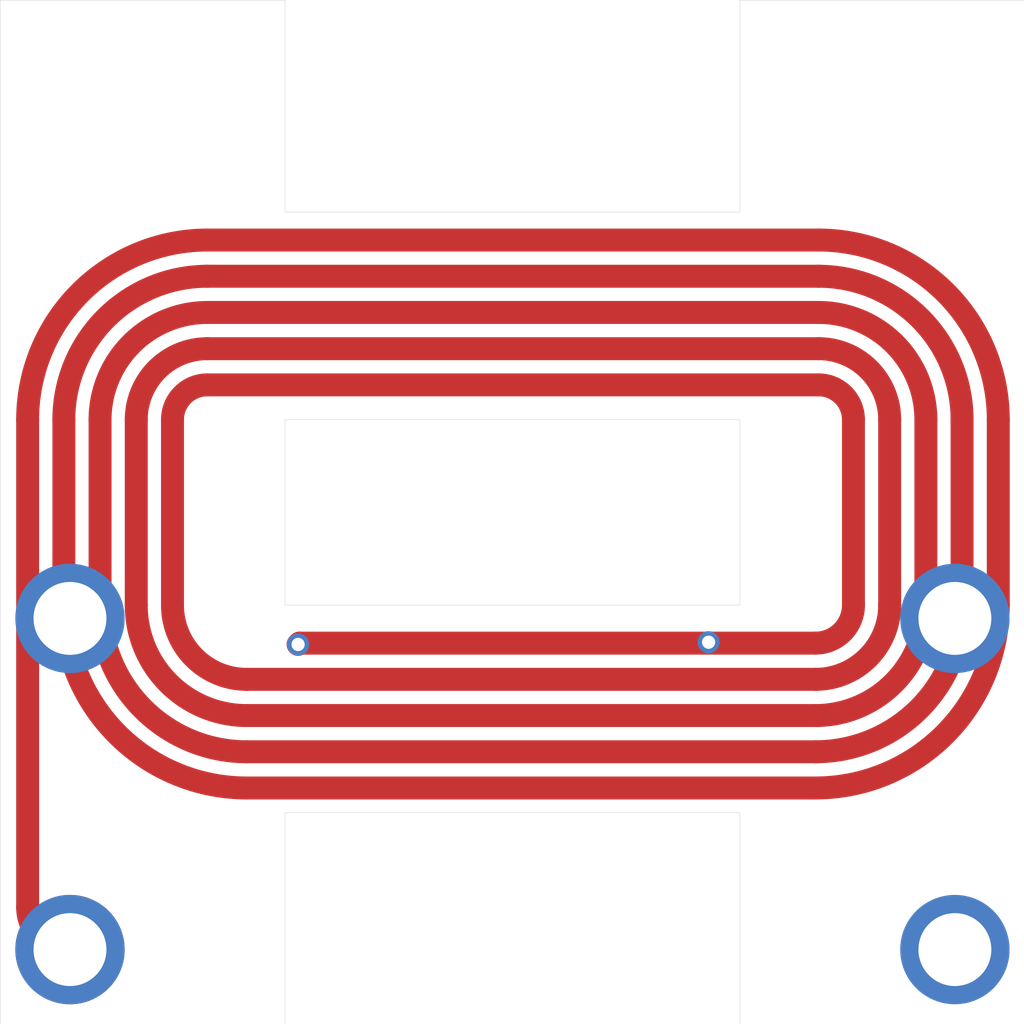
<source format=kicad_pcb>
(kicad_pcb
	(version 20240108)
	(generator "pcbnew")
	(generator_version "8.0")
	(general
		(thickness 0.9)
		(legacy_teardrops no)
	)
	(paper "A4")
	(layers
		(0 "F.Cu" signal)
		(1 "In1.Cu" signal)
		(2 "In2.Cu" signal)
		(31 "B.Cu" signal)
		(32 "B.Adhes" user "B.Adhesive")
		(33 "F.Adhes" user "F.Adhesive")
		(34 "B.Paste" user)
		(35 "F.Paste" user)
		(36 "B.SilkS" user "B.Silkscreen")
		(37 "F.SilkS" user "F.Silkscreen")
		(38 "B.Mask" user)
		(39 "F.Mask" user)
		(40 "Dwgs.User" user "User.Drawings")
		(41 "Cmts.User" user "User.Comments")
		(42 "Eco1.User" user "User.Eco1")
		(43 "Eco2.User" user "User.Eco2")
		(44 "Edge.Cuts" user)
		(45 "Margin" user)
		(46 "B.CrtYd" user "B.Courtyard")
		(47 "F.CrtYd" user "F.Courtyard")
		(48 "B.Fab" user)
		(49 "F.Fab" user)
		(50 "User.1" user)
		(51 "User.2" user)
		(52 "User.3" user)
		(53 "User.4" user)
		(54 "User.5" user)
		(55 "User.6" user)
		(56 "User.7" user)
		(57 "User.8" user)
		(58 "User.9" user)
	)
	(setup
		(stackup
			(layer "F.SilkS"
				(type "Top Silk Screen")
			)
			(layer "F.Paste"
				(type "Top Solder Paste")
			)
			(layer "F.Mask"
				(type "Top Solder Mask")
				(thickness 0.01)
			)
			(layer "F.Cu"
				(type "copper")
				(thickness 0.07)
			)
			(layer "dielectric 1"
				(type "prepreg")
				(color "#808080FF")
				(thickness 0.2)
				(material "FR4")
				(epsilon_r 4.5)
				(loss_tangent 0.02)
			)
			(layer "In1.Cu"
				(type "copper")
				(thickness 0.07)
			)
			(layer "dielectric 2"
				(type "core")
				(thickness 0.2)
				(material "FR4")
				(epsilon_r 4.5)
				(loss_tangent 0.02)
			)
			(layer "In2.Cu"
				(type "copper")
				(thickness 0.07)
			)
			(layer "dielectric 3"
				(type "prepreg")
				(color "#808080FF")
				(thickness 0.2)
				(material "FR4")
				(epsilon_r 4.5)
				(loss_tangent 0.02)
			)
			(layer "B.Cu"
				(type "copper")
				(thickness 0.07)
			)
			(layer "B.Mask"
				(type "Bottom Solder Mask")
				(thickness 0.01)
			)
			(layer "B.Paste"
				(type "Bottom Solder Paste")
			)
			(layer "B.SilkS"
				(type "Bottom Silk Screen")
			)
			(copper_finish "None")
			(dielectric_constraints no)
		)
		(pad_to_mask_clearance 0)
		(allow_soldermask_bridges_in_footprints no)
		(pcbplotparams
			(layerselection 0x00010fc_ffffffff)
			(plot_on_all_layers_selection 0x0000000_00000000)
			(disableapertmacros no)
			(usegerberextensions no)
			(usegerberattributes yes)
			(usegerberadvancedattributes yes)
			(creategerberjobfile yes)
			(dashed_line_dash_ratio 12.000000)
			(dashed_line_gap_ratio 3.000000)
			(svgprecision 4)
			(plotframeref no)
			(viasonmask no)
			(mode 1)
			(useauxorigin no)
			(hpglpennumber 1)
			(hpglpenspeed 20)
			(hpglpendiameter 15.000000)
			(pdf_front_fp_property_popups yes)
			(pdf_back_fp_property_popups yes)
			(dxfpolygonmode yes)
			(dxfimperialunits yes)
			(dxfusepcbnewfont yes)
			(psnegative no)
			(psa4output no)
			(plotreference yes)
			(plotvalue yes)
			(plotfptext yes)
			(plotinvisibletext no)
			(sketchpadsonfab no)
			(subtractmaskfromsilk no)
			(outputformat 1)
			(mirror no)
			(drillshape 1)
			(scaleselection 1)
			(outputdirectory "")
		)
	)
	(net 0 "")
	(gr_line
		(start 126.45 80)
		(end 126.45 84.8)
		(stroke
			(width 0.01)
			(type default)
		)
		(layer "Edge.Cuts")
		(uuid "23641c60-787c-4a17-b2b6-7acd2cc4fc0a")
	)
	(gr_line
		(start 136.75 80)
		(end 143.2 80)
		(stroke
			(width 0.01)
			(type default)
		)
		(layer "Edge.Cuts")
		(uuid "2629c9ca-9c2e-42de-935a-04d2eb4705fe")
	)
	(gr_line
		(start 126.45 93.7)
		(end 126.45 89.5)
		(stroke
			(width 0.01)
			(type default)
		)
		(layer "Edge.Cuts")
		(uuid "3b799e09-01e3-4d05-aad0-efc47e6dc7bd")
	)
	(gr_line
		(start 120 103.2)
		(end 120 80)
		(stroke
			(width 0.01)
			(type default)
		)
		(layer "Edge.Cuts")
		(uuid "4c9f3a2b-4018-43bb-8f2f-4d0cabf7c42b")
	)
	(gr_line
		(start 136.75 98.4)
		(end 136.75 103.2)
		(stroke
			(width 0.01)
			(type default)
		)
		(layer "Edge.Cuts")
		(uuid "4d1ac66d-2249-4660-a74a-4f3d5e5be5e4")
	)
	(gr_line
		(start 136.75 93.7)
		(end 136.75 89.5)
		(stroke
			(width 0.01)
			(type default)
		)
		(layer "Edge.Cuts")
		(uuid "4f1a77de-e9bc-4391-ba26-676ea6097dcd")
	)
	(gr_line
		(start 143.2 80)
		(end 143.2 103.2)
		(stroke
			(width 0.01)
			(type default)
		)
		(layer "Edge.Cuts")
		(uuid "533d34ea-4d8b-435f-bebf-4b8eda4072d0")
	)
	(gr_line
		(start 126.45 84.8)
		(end 136.75 84.8)
		(stroke
			(width 0.01)
			(type default)
		)
		(layer "Edge.Cuts")
		(uuid "58b17d0b-6a41-4f93-a731-3513ee6bbec9")
	)
	(gr_line
		(start 126.45 93.7)
		(end 136.75 93.7)
		(stroke
			(width 0.01)
			(type default)
		)
		(layer "Edge.Cuts")
		(uuid "5b9a6ce0-f38b-40b7-a766-a8c1f61eec87")
	)
	(gr_line
		(start 126.45 89.5)
		(end 136.75 89.5)
		(stroke
			(width 0.01)
			(type default)
		)
		(layer "Edge.Cuts")
		(uuid "6567fd93-4528-46f1-8009-47b0e784a403")
	)
	(gr_line
		(start 120 80)
		(end 126.45 80)
		(stroke
			(width 0.01)
			(type default)
		)
		(layer "Edge.Cuts")
		(uuid "718e6949-a90b-4b32-a1d6-8475bff95891")
	)
	(gr_line
		(start 126.45 98.4)
		(end 136.75 98.4)
		(stroke
			(width 0.01)
			(type default)
		)
		(layer "Edge.Cuts")
		(uuid "7c8f51fe-765d-4c81-a2da-7a7c9b6c1727")
	)
	(gr_line
		(start 120 103.2)
		(end 126.45 103.2)
		(stroke
			(width 0.01)
			(type default)
		)
		(layer "Edge.Cuts")
		(uuid "83c9616c-6028-4e2c-886e-a111305cf44b")
	)
	(gr_line
		(start 126.45 98.4)
		(end 126.45 103.2)
		(stroke
			(width 0.01)
			(type default)
		)
		(layer "Edge.Cuts")
		(uuid "9fdfd0b0-28d6-4d97-8331-e2a52dcff7a8")
	)
	(gr_line
		(start 136.75 103.2)
		(end 143.2 103.2)
		(stroke
			(width 0.01)
			(type default)
		)
		(layer "Edge.Cuts")
		(uuid "a82ca4b4-b8c5-44f5-8218-b9773a9ad489")
	)
	(gr_line
		(start 136.75 80)
		(end 136.75 84.8)
		(stroke
			(width 0.01)
			(type default)
		)
		(layer "Edge.Cuts")
		(uuid "ead12938-ed11-41c8-9d0f-f39ea72d1b38")
	)
	(segment
		(start 126.7756 94.56)
		(end 138.4628 94.56)
		(width 0.52)
		(layer "F.Cu")
		(net 0)
		(uuid "0619d704-cde5-477f-a88f-ca5907ec6db4")
	)
	(segment
		(start 125.5812 97.84)
		(end 138.4628 97.84)
		(width 0.52)
		(layer "F.Cu")
		(net 0)
		(uuid "10336442-e4e9-4776-b598-f31a6baf10f1")
	)
	(segment
		(start 141.7828 93.7)
		(end 141.7828 89.5)
		(width 0.52)
		(layer "F.Cu")
		(net 0)
		(uuid "1a24bc3e-1951-4975-a2d7-3c2fbaafabde")
	)
	(segment
		(start 125.5812 97.02)
		(end 138.4628 97.02)
		(width 0.52)
		(layer "F.Cu")
		(net 0)
		(uuid "28fff532-2295-4210-b864-90c3d2191dfb")
	)
	(segment
		(start 142.6028 93.7)
		(end 142.6028 89.5)
		(width 0.52)
		(layer "F.Cu")
		(net 0)
		(uuid "30d40789-9a71-4dd9-bc6c-88528a5eb9c2")
	)
	(segment
		(start 123.9012 89.5)
		(end 123.9012 93.7)
		(width 0.52)
		(layer "F.Cu")
		(net 0)
		(uuid "5cf70a3c-ffe8-4e5a-bbe3-cb5eda30ee3d")
	)
	(segment
		(start 122.2612 89.5)
		(end 122.2612 93.7)
		(width 0.52)
		(layer "F.Cu")
		(net 0)
		(uuid "666279d3-190e-48f4-9728-3245264fcac3")
	)
	(segment
		(start 125.5812 96.2)
		(end 138.4628 96.2)
		(width 0.52)
		(layer "F.Cu")
		(net 0)
		(uuid "6cd3b4d4-519d-4be3-8f66-f2b7cfe598ed")
	)
	(segment
		(start 126.746 94.5896)
		(end 126.7756 94.56)
		(width 0.52)
		(layer "F.Cu")
		(net 0)
		(uuid "775f2356-2f70-496f-95f7-346a806e4d72")
	)
	(segment
		(start 123.0812 89.5)
		(end 123.0812 93.7)
		(width 0.52)
		(layer "F.Cu")
		(net 0)
		(uuid "84562443-dc59-46da-ad8f-de57a1d8bd63")
	)
	(segment
		(start 140.1428 93.7)
		(end 140.1428 89.5)
		(width 0.52)
		(layer "F.Cu")
		(net 0)
		(uuid "883efc87-7b2f-47f0-a1da-29fd469ecd52")
	)
	(segment
		(start 138.534 88.7112)
		(end 124.69 88.7112)
		(width 0.52)
		(layer "F.Cu")
		(net 0)
		(uuid "895c6c5d-0a0e-4ee8-af4d-3e25f04c0c2f")
	)
	(segment
		(start 125.5812 95.38)
		(end 138.4628 95.38)
		(width 0.52)
		(layer "F.Cu")
		(net 0)
		(uuid "a597f314-f3a8-45f5-aec9-17398dba72fa")
	)
	(segment
		(start 120.6212 89.5)
		(end 120.6212 100.5412)
		(width 0.52)
		(layer "F.Cu")
		(net 0)
		(uuid "a6ab996d-2b85-45bb-86da-a147d25df30b")
	)
	(segment
		(start 121.4412 89.5)
		(end 121.4412 93.7)
		(width 0.52)
		(layer "F.Cu")
		(net 0)
		(uuid "b35b7b50-6283-4da7-aa40-5d2d352ee3c6")
	)
	(segment
		(start 138.534 86.2512)
		(end 124.69 86.2512)
		(width 0.52)
		(layer "F.Cu")
		(net 0)
		(uuid "b8511b66-a99b-4f8b-adbb-eaafe87ddce0")
	)
	(segment
		(start 139.3228 93.7)
		(end 139.3228 89.5)
		(width 0.52)
		(layer "F.Cu")
		(net 0)
		(uuid "b9d0f188-9b3a-4624-9f83-cac0abc8f945")
	)
	(segment
		(start 138.534 85.4312)
		(end 124.69 85.4312)
		(width 0.52)
		(layer "F.Cu")
		(net 0)
		(uuid "c2e9fdd2-6479-4458-a3a6-333657188032")
	)
	(segment
		(start 138.534 87.0712)
		(end 124.69 87.0712)
		(width 0.52)
		(layer "F.Cu")
		(net 0)
		(uuid "eead8e67-305d-4bc0-8c67-1ce297fc90cb")
	)
	(segment
		(start 121.58 101.5)
		(end 121.58 101.4632)
		(width 0.52)
		(layer "F.Cu")
		(net 0)
		(uuid "fce26a5d-6f97-434d-b174-01a58084a336")
	)
	(segment
		(start 138.534 87.8912)
		(end 124.69 87.8912)
		(width 0.52)
		(layer "F.Cu")
		(net 0)
		(uuid "fce90730-a096-4b83-8a73-d796ffd9069e")
	)
	(segment
		(start 140.9628 93.7)
		(end 140.9628 89.5)
		(width 0.52)
		(layer "F.Cu")
		(net 0)
		(uuid "fd3726d8-f5cf-419e-ad7e-91892068641a")
	)
	(via
		(at 126.746 94.5896)
		(size 0.5)
		(drill 0.3)
		(layers "F.Cu" "B.Cu")
		(net 0)
		(uuid "78594b9f-dc34-40c4-b6e1-21b882a77c92")
	)
	(via
		(at 121.58 101.5)
		(size 2.4765)
		(drill 1.651)
		(layers "F.Cu" "B.Cu")
		(net 0)
		(uuid "955d9add-e209-4d9e-8214-7629dd845fb2")
	)
	(arc
		(start 121.4412 93.7)
		(mid 122.653778 96.627422)
		(end 125.5812 97.84)
		(width 0.52)
		(layer "F.Cu")
		(net 0)
		(uuid "1e166a0c-a52e-4f25-8d1f-b095974e0b87")
	)
	(arc
		(start 142.6028 89.5)
		(mid 141.411076 86.622924)
		(end 138.534 85.4312)
		(width 0.52)
		(layer "F.Cu")
		(net 0)
		(uuid "1f7f28e4-dc52-400e-b93a-27a899658b3e")
	)
	(arc
		(start 138.4628 97.84)
		(mid 141.390222 96.627422)
		(end 142.6028 93.7)
		(width 0.52)
		(layer "F.Cu")
		(net 0)
		(uuid "2742db8a-7ebb-4153-bfd4-6c4ee2c4ca9f")
	)
	(arc
		(start 123.9012 93.7)
		(mid 124.393261 94.887939)
		(end 125.5812 95.38)
		(width 0.52)
		(layer "F.Cu")
		(net 0)
		(uuid "372895af-bd43-4cb3-841a-5e4dc9763d5d")
	)
	(arc
		(start 139.3228 89.5)
		(mid 139.091766 88.942234)
		(end 138.534 88.7112)
		(width 0.52)
		(layer "F.Cu")
		(net 0)
		(uuid "3bafa0c1-85b8-410e-8524-b2da65e453bd")
	)
	(arc
		(start 140.9628 89.5)
		(mid 140.251421 87.782579)
		(end 138.534 87.0712)
		(width 0.52)
		(layer "F.Cu")
		(net 0)
		(uuid "3f233bc5-b7e4-4789-806a-262135829829")
	)
	(arc
		(start 124.69 87.8912)
		(mid 123.552407 88.362407)
		(end 123.0812 89.5)
		(width 0.52)
		(layer "F.Cu")
		(net 0)
		(uuid "4238cc60-33f7-4be0-b80e-097bbe1649c2")
	)
	(arc
		(start 124.69 85.4312)
		(mid 121.812924 86.622924)
		(end 120.6212 89.5)
		(width 0.52)
		(layer "F.Cu")
		(net 0)
		(uuid "4b967ed0-bb0b-4712-9d7f-136accb13ee2")
	)
	(arc
		(start 138.4628 96.2)
		(mid 140.230567 95.467767)
		(end 140.9628 93.7)
		(width 0.52)
		(layer "F.Cu")
		(net 0)
		(uuid "5e5fbc42-ad07-4a7b-9d13-ecfd2ac32395")
	)
	(arc
		(start 122.2612 93.7)
		(mid 123.233605 96.047595)
		(end 125.5812 97.02)
		(width 0.52)
		(layer "F.Cu")
		(net 0)
		(uuid "6ad818a9-39c6-433b-9356-0c033e589472")
	)
	(arc
		(start 138.4628 97.02)
		(mid 140.810395 96.047595)
		(end 141.7828 93.7)
		(width 0.52)
		(layer "F.Cu")
		(net 0)
		(uuid "720d1cc2-acab-4a26-8f20-ccb4554c2275")
	)
	(arc
		(start 123.0812 93.7)
		(mid 123.813433 95.467767)
		(end 125.5812 96.2)
		(width 0.52)
		(layer "F.Cu")
		(net 0)
		(uuid "7303ebcc-030a-41fc-bc4d-dc328eb69a69")
	)
	(arc
		(start 140.1428 89.5)
		(mid 139.671593 88.362407)
		(end 138.534 87.8912)
		(width 0.52)
		(layer "F.Cu")
		(net 0)
		(uuid "845d1938-e37a-4e69-9e71-76817e4b32ad")
	)
	(arc
		(start 124.69 86.2512)
		(mid 122.392751 87.202751)
		(end 121.4412 89.5)
		(width 0.52)
		(layer "F.Cu")
		(net 0)
		(uuid "8cb846b5-53b5-4462-a61a-d61c6478f02f")
	)
	(arc
		(start 124.69 88.7112)
		(mid 124.132234 88.942234)
		(end 123.9012 89.5)
		(width 0.52)
		(layer "F.Cu")
		(net 0)
		(uuid "92b80d0e-e6f0-44d0-a7d0-e4dacdc7d0d6")
	)
	(arc
		(start 138.4628 94.56)
		(mid 139.070912 94.308112)
		(end 139.3228 93.7)
		(width 0.52)
		(layer "F.Cu")
		(net 0)
		(uuid "9e372e21-6745-46e7-b3d0-72d9a11ac3ab")
	)
	(arc
		(start 141.7828 89.5)
		(mid 140.831249 87.202751)
		(end 138.534 86.2512)
		(width 0.52)
		(layer "F.Cu")
		(net 0)
		(uuid "b16936b9-000f-4be8-b072-5aff034d7aae")
	)
	(arc
		(start 124.69 87.0712)
		(mid 122.972579 87.782579)
		(end 122.2612 89.5)
		(width 0.52)
		(layer "F.Cu")
		(net 0)
		(uuid "d2ccd5cf-af5d-4a14-905a-bc79b6e9e161")
	)
	(arc
		(start 120.6212 100.5412)
		(mid 120.902026 101.219174)
		(end 121.58 101.5)
		(width 0.52)
		(layer "F.Cu")
		(net 0)
		(uuid "d72e6fc5-17af-428c-85a5-4a520bb01042")
	)
	(arc
		(start 138.4628 95.38)
		(mid 139.650739 94.887939)
		(end 140.1428 93.7)
		(width 0.52)
		(layer "F.Cu")
		(net 0)
		(uuid "ef3505af-a92a-4751-8f9d-d7f5f1ea45dd")
	)
	(arc
		(start 121.58 101.4632)
		(mid 121.545673 101.380327)
		(end 121.4628 101.346)
		(width 0.52)
		(layer "F.Cu")
		(net 0)
		(uuid "f18d6173-7b5f-48b9-9df3-ec752e515b8b")
	)
	(segment
		(start 126.422 95.3516)
		(end 136.722 95.3516)
		(width 0.52)
		(layer "In1.Cu")
		(net 0)
		(uuid "0cda7c00-ed8c-4161-a930-dff4b5863ed7")
	)
	(segment
		(start 137.3124 94.1324)
		(end 137.348157 94.096643)
		(width 0.52)
		(layer "In1.Cu")
		(net 0)
		(uuid "1666d60b-0c07-4717-918b-73b9b31a362c")
	)
	(segment
		(start 138.3356 93.738)
		(end 138.3356 89.336)
		(width 0.52)
		(layer "In1.Cu")
		(net 0)
		(uuid "3844a4fd-e7db-44a5-b6b5-324ed268f401")
	)
	(segment
		(start 126.422 96.1716)
		(end 136.722 96.1716)
		(width 0.52)
		(layer "In1.Cu")
		(net 0)
		(uuid "67839395-9b9b-46dd-b3de-5fa4a69d61db")
	)
	(segment
		(start 136.75 87.7504)
		(end 126.45 87.7504)
		(width 0.52)
		(layer "In1.Cu")
		(net 0)
		(uuid "74639478-c02d-47f6-aee6-e7c0f395cf55")
	)
	(segment
		(start 139.1556 93.738)
		(end 139.1556 89.336)
		(width 0.52)
		(layer "In1.Cu")
		(net 0)
		(uuid "99004aa6-fd86-46e4-8b1a-80370167bc47")
	)
	(segment
		(start 136.0424 94.5388)
		(end 136.331264 94.5388)
		(width 0.52)
		(layer "In1.Cu")
		(net 0)
		(uuid "a9e89ac7-13b8-4a90-b6d9-c7df62db7157")
	)
	(segment
		(start 136.75 86.9304)
		(end 126.45 86.9304)
		(width 0.52)
		(layer "In1.Cu")
		(net 0)
		(uuid "c1a51683-baf7-4ee0-bc9d-73cc48aab52c")
	)
	(segment
		(start 126.422 96.9916)
		(end 138.6284 96.9916)
		(width 0.52)
		(layer "In1.Cu")
		(net 0)
		(uuid "de1058fa-5289-438c-a753-5c4d301043cd")
	)
	(segment
		(start 125.5268 89.4936)
		(end 125.5268 94.4564)
		(width 0.52)
		(layer "In1.Cu")
		(net 0)
		(uuid "e2ec8fc4-8c95-4bd5-927b-79fde2b81958")
	)
	(segment
		(start 124.7068 89.4936)
		(end 124.7068 94.4564)
		(width 0.52)
		(layer "In1.Cu")
		(net 0)
		(uuid "e9f06b63-09b6-4d77-a1ab-88c3e681c1f8")
	)
	(segment
		(start 136.75 88.5704)
		(end 126.45 88.5704)
		(width 0.52)
		(layer "In1.Cu")
		(net 0)
		(uuid "ef17b7eb-5e90-4d9a-9629-85f4ea00d594")
	)
	(segment
		(start 123.8868 89.4936)
		(end 123.8868 94.4564)
		(width 0.52)
		(layer "In1.Cu")
		(net 0)
		(uuid "f6330ab9-a5a1-4916-b14e-e5ccd62bf434")
	)
	(segment
		(start 137.5156 93.6924)
		(end 137.5156 89.336)
		(width 0.52)
		(layer "In1.Cu")
		(net 0)
		(uuid "f8dcb034-4413-40d3-8a99-016433534814")
	)
	(via blind
		(at 136.0424 94.5388)
		(size 0.5)
		(drill 0.3)
		(layers "In1.Cu" "B.Cu")
		(net 0)
		(uuid "34d77993-14d4-454b-a906-bb8b0ef1bd2d")
	)
	(via blind
		(at 141.62 94)
		(size 2.4765)
		(drill 1.651)
		(layers "In1.Cu" "B.Cu")
		(net 0)
		(uuid "4ab26a86-a9d2-40a2-b892-fea24244f972")
	)
	(arc
		(start 138.3356 89.336)
		(mid 137.871189 88.214811)
		(end 136.75 87.7504)
		(width 0.52)
		(layer "In1.Cu")
		(net 0)
		(uuid "163911de-c9e9-493e-a41b-77c28888bb50")
	)
	(arc
		(start 124.7068 94.4564)
		(mid 125.20917 95.66923)
		(end 126.422 96.1716)
		(width 0.52)
		(layer "In1.Cu")
		(net 0)
		(uuid "2062edaa-857a-496f-8dc1-47b056431501")
	)
	(arc
		(start 125.5268 94.4564)
		(mid 125.788998 95.089402)
		(end 126.422 95.3516)
		(width 0.52)
		(layer "In1.Cu")
		(net 0)
		(uuid "28c3d402-ed59-4bf0-83bb-2fbbcb0dd860")
	)
	(arc
		(start 126.45 86.9304)
		(mid 124.637544 87.681144)
		(end 123.8868 89.4936)
		(width 0.52)
		(layer "In1.Cu")
		(net 0)
		(uuid "2f11f137-d701-46da-b33e-d48913dfa16d")
	)
	(arc
		(start 123.8868 94.4564)
		(mid 124.629343 96.249057)
		(end 126.422 96.9916)
		(width 0.52)
		(layer "In1.Cu")
		(net 0)
		(uuid "4ddb3beb-864d-4542-876a-efc4ee376659")
	)
	(arc
		(start 138.6284 96.9916)
		(mid 140.743781 96.115381)
		(end 141.62 94)
		(width 0.52)
		(layer "In1.Cu")
		(net 0)
		(uuid "5d7da71a-ee6f-4f8c-b7f3-05b44963bece")
	)
	(arc
		(start 136.331264 94.5388)
		(mid 136.862251 94.43318)
		(end 137.3124 94.1324)
		(width 0.52)
		(layer "In1.Cu")
		(net 0)
		(uuid "81e7961d-ab2d-45bf-8062-c35a64e3cb9d")
	)
	(arc
		(start 136.722 95.3516)
		(mid 137.862988 94.878988)
		(end 138.3356 93.738)
		(width 0.52)
		(layer "In1.Cu")
		(net 0)
		(uuid "93dd0fc6-e9fa-4004-938a-28ff9a71841b")
	)
	(arc
		(start 139.1556 89.336)
		(mid 138.451016 87.634984)
		(end 136.75 86.9304)
		(width 0.52)
		(layer "In1.Cu")
		(net 0)
		(uuid "9f105cc9-21ed-4052-b19e-c3568d49d0af")
	)
	(arc
		(start 137.5156 89.336)
		(mid 137.291361 88.794639)
		(end 136.75 88.5704)
		(width 0.52)
		(layer "In1.Cu")
		(net 0)
		(uuid "a2c64967-ae30-448c-881e-39b4b156cd18")
	)
	(arc
		(start 126.45 87.7504)
		(mid 125.217371 88.260971)
		(end 124.7068 89.4936)
		(width 0.52)
		(layer "In1.Cu")
		(net 0)
		(uuid "a40f7cc5-9cf8-4eed-9ac6-71125ed6de98")
	)
	(arc
		(start 137.348157 94.096643)
		(mid 137.472083 93.911175)
		(end 137.5156 93.6924)
		(width 0.52)
		(layer "In1.Cu")
		(net 0)
		(uuid "be66bfec-5345-4896-a2b4-0034daf40d9d")
	)
	(arc
		(start 126.45 88.5704)
		(mid 125.797199 88.840799)
		(end 125.5268 89.4936)
		(width 0.52)
		(layer "In1.Cu")
		(net 0)
		(uuid "f7460f95-d097-4bc2-8a8c-9546527c75a3")
	)
	(arc
		(start 136.722 96.1716)
		(mid 138.442815 95.458815)
		(end 139.1556 93.738)
		(width 0.52)
		(layer "In1.Cu")
		(net 0)
		(uuid "f98d34b5-e426-4396-b97b-79b08042f08c")
	)
	(segment
		(start 141.62 101.5)
		(end 141.62 100.1164)
		(width 0.52)
		(layer "In2.Cu")
		(net 0)
		(uuid "662dce60-441b-4388-8fe9-7d2497c73b95")
	)
	(segment
		(start 122.1696 94.5896)
		(end 121.58 94)
		(width 0.52)
		(layer "In2.Cu")
		(net 0)
		(uuid "6f91a23e-ab82-4151-b8b3-ae9140e65fd0")
	)
	(segment
		(start 141.62 100.1164)
		(end 136.0424 94.5388)
		(width 0.52)
		(layer "In2.Cu")
		(net 0)
		(uuid "9ac2a978-a641-4a17-8f9b-75fa2d4d2349")
	)
	(segment
		(start 126.746 94.5896)
		(end 122.1696 94.5896)
		(width 0.52)
		(layer "In2.Cu")
		(net 0)
		(uuid "cd200c44-487a-4607-8629-fca2e4edab0b")
	)
	(via blind
		(at 141.62 101.5)
		(size 2.4765)
		(drill 1.651)
		(layers "In2.Cu" "B.Cu")
		(net 0)
		(uuid "6cd3229f-2921-40d6-9287-01074f01a983")
	)
	(via blind
		(at 121.58 94)
		(size 2.4765)
		(drill 1.651)
		(layers "In2.Cu" "B.Cu")
		(net 0)
		(uuid "94c524ad-cc48-48be-ba7b-e6c8696331f6")
	)
	(arc
		(start 121.83 94.25)
		(mid 121.653223 94.176777)
		(end 121.58 94)
		(width 0.52)
		(layer "In2.Cu")
		(net 0)
		(uuid "664a7476-9660-4e36-8e6f-d4ab2507122e")
	)
)
</source>
